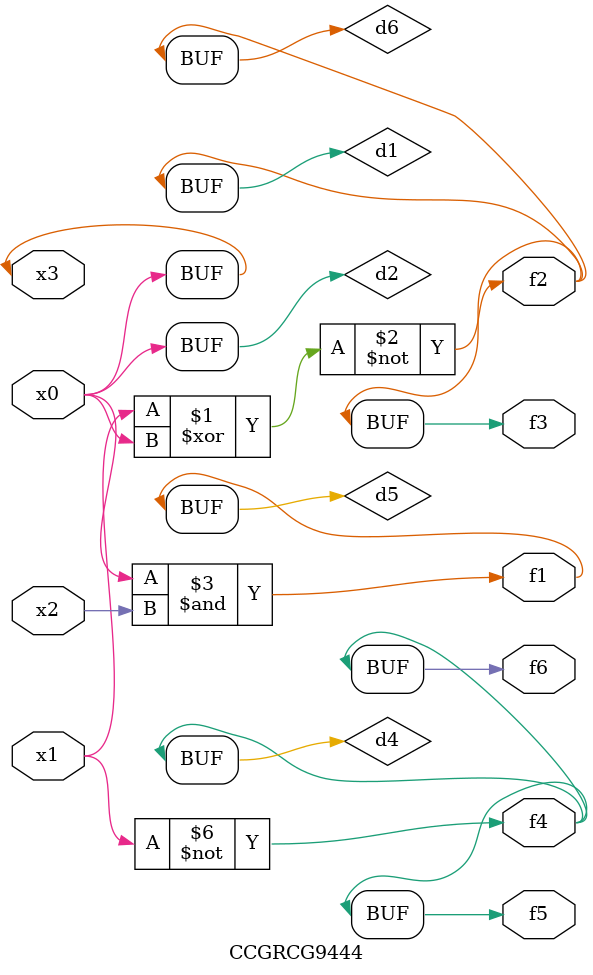
<source format=v>
module CCGRCG9444(
	input x0, x1, x2, x3,
	output f1, f2, f3, f4, f5, f6
);

	wire d1, d2, d3, d4, d5, d6;

	xnor (d1, x1, x3);
	buf (d2, x0, x3);
	nand (d3, x0, x2);
	not (d4, x1);
	nand (d5, d3);
	or (d6, d1);
	assign f1 = d5;
	assign f2 = d6;
	assign f3 = d6;
	assign f4 = d4;
	assign f5 = d4;
	assign f6 = d4;
endmodule

</source>
